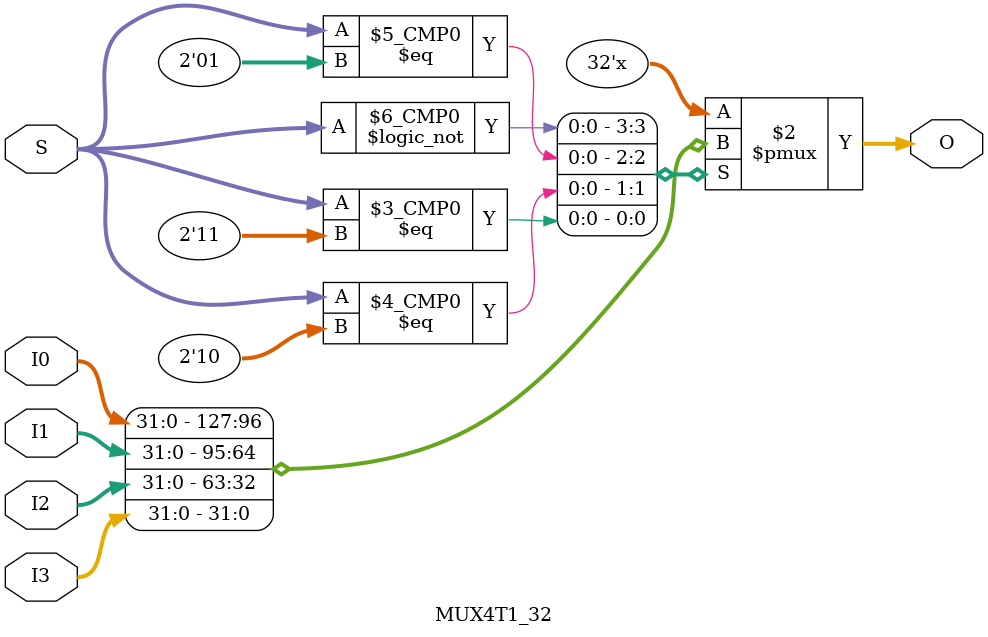
<source format=v>
module MUX4T1_32(
    input [1:0] S,
    input [31:0] I0,
    input [31:0] I1,
    input [31:0] I2,
    input [31:0] I3,
    output reg [31:0] O
);

    always @ (*) begin
        case(S)
            2'b00: O = I0;
            2'b01: O = I1;
            2'b10: O = I2;
            2'b11: O = I3;
            default: O = 31'b0; // ����δ����״̬
        endcase
    end

endmodule
</source>
